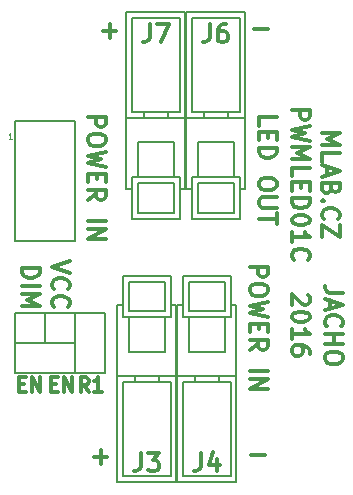
<source format=gbr>
G04 #@! TF.FileFunction,Legend,Top*
%FSLAX46Y46*%
G04 Gerber Fmt 4.6, Leading zero omitted, Abs format (unit mm)*
G04 Created by KiCad (PCBNEW (2015-05-13 BZR 5653)-product) date 7. 1. 2016 10:07:51*
%MOMM*%
G01*
G04 APERTURE LIST*
%ADD10C,0.300000*%
%ADD11C,0.150000*%
%ADD12C,0.304800*%
%ADD13C,0.050000*%
G04 APERTURE END LIST*
D10*
X128781286Y-98466286D02*
X129181286Y-98466286D01*
X129352715Y-99094857D02*
X128781286Y-99094857D01*
X128781286Y-97894857D01*
X129352715Y-97894857D01*
X129867000Y-99094857D02*
X129867000Y-97894857D01*
X130552715Y-99094857D01*
X130552715Y-97894857D01*
X131978572Y-99094857D02*
X131578572Y-98523429D01*
X131292857Y-99094857D02*
X131292857Y-97894857D01*
X131750000Y-97894857D01*
X131864286Y-97952000D01*
X131921429Y-98009143D01*
X131978572Y-98123429D01*
X131978572Y-98294857D01*
X131921429Y-98409143D01*
X131864286Y-98466286D01*
X131750000Y-98523429D01*
X131292857Y-98523429D01*
X133121429Y-99094857D02*
X132435714Y-99094857D01*
X132778572Y-99094857D02*
X132778572Y-97894857D01*
X132664286Y-98066286D01*
X132550000Y-98180571D01*
X132435714Y-98237714D01*
X130361429Y-88059143D02*
X128861429Y-88559143D01*
X130361429Y-89059143D01*
X129004286Y-90416286D02*
X128932857Y-90344857D01*
X128861429Y-90130571D01*
X128861429Y-89987714D01*
X128932857Y-89773429D01*
X129075714Y-89630571D01*
X129218571Y-89559143D01*
X129504286Y-89487714D01*
X129718571Y-89487714D01*
X130004286Y-89559143D01*
X130147143Y-89630571D01*
X130290000Y-89773429D01*
X130361429Y-89987714D01*
X130361429Y-90130571D01*
X130290000Y-90344857D01*
X130218571Y-90416286D01*
X129004286Y-91916286D02*
X128932857Y-91844857D01*
X128861429Y-91630571D01*
X128861429Y-91487714D01*
X128932857Y-91273429D01*
X129075714Y-91130571D01*
X129218571Y-91059143D01*
X129504286Y-90987714D01*
X129718571Y-90987714D01*
X130004286Y-91059143D01*
X130147143Y-91130571D01*
X130290000Y-91273429D01*
X130361429Y-91487714D01*
X130361429Y-91630571D01*
X130290000Y-91844857D01*
X130218571Y-91916286D01*
X146387429Y-76585429D02*
X146387429Y-75871143D01*
X147887429Y-75871143D01*
X147173143Y-77085429D02*
X147173143Y-77585429D01*
X146387429Y-77799715D02*
X146387429Y-77085429D01*
X147887429Y-77085429D01*
X147887429Y-77799715D01*
X146387429Y-78442572D02*
X147887429Y-78442572D01*
X147887429Y-78799715D01*
X147816000Y-79014000D01*
X147673143Y-79156858D01*
X147530286Y-79228286D01*
X147244571Y-79299715D01*
X147030286Y-79299715D01*
X146744571Y-79228286D01*
X146601714Y-79156858D01*
X146458857Y-79014000D01*
X146387429Y-78799715D01*
X146387429Y-78442572D01*
X147887429Y-81371143D02*
X147887429Y-81656857D01*
X147816000Y-81799715D01*
X147673143Y-81942572D01*
X147387429Y-82014000D01*
X146887429Y-82014000D01*
X146601714Y-81942572D01*
X146458857Y-81799715D01*
X146387429Y-81656857D01*
X146387429Y-81371143D01*
X146458857Y-81228286D01*
X146601714Y-81085429D01*
X146887429Y-81014000D01*
X147387429Y-81014000D01*
X147673143Y-81085429D01*
X147816000Y-81228286D01*
X147887429Y-81371143D01*
X147887429Y-82656858D02*
X146673143Y-82656858D01*
X146530286Y-82728286D01*
X146458857Y-82799715D01*
X146387429Y-82942572D01*
X146387429Y-83228286D01*
X146458857Y-83371144D01*
X146530286Y-83442572D01*
X146673143Y-83514001D01*
X147887429Y-83514001D01*
X147887429Y-84014001D02*
X147887429Y-84871144D01*
X146387429Y-84442573D02*
X147887429Y-84442573D01*
X150538571Y-90900572D02*
X150610000Y-90972001D01*
X150681429Y-91114858D01*
X150681429Y-91472001D01*
X150610000Y-91614858D01*
X150538571Y-91686287D01*
X150395714Y-91757715D01*
X150252857Y-91757715D01*
X150038571Y-91686287D01*
X149181429Y-90829144D01*
X149181429Y-91757715D01*
X150681429Y-92686286D02*
X150681429Y-92829143D01*
X150610000Y-92972000D01*
X150538571Y-93043429D01*
X150395714Y-93114858D01*
X150110000Y-93186286D01*
X149752857Y-93186286D01*
X149467143Y-93114858D01*
X149324286Y-93043429D01*
X149252857Y-92972000D01*
X149181429Y-92829143D01*
X149181429Y-92686286D01*
X149252857Y-92543429D01*
X149324286Y-92472000D01*
X149467143Y-92400572D01*
X149752857Y-92329143D01*
X150110000Y-92329143D01*
X150395714Y-92400572D01*
X150538571Y-92472000D01*
X150610000Y-92543429D01*
X150681429Y-92686286D01*
X149181429Y-94614857D02*
X149181429Y-93757714D01*
X149181429Y-94186286D02*
X150681429Y-94186286D01*
X150467143Y-94043429D01*
X150324286Y-93900571D01*
X150252857Y-93757714D01*
X150681429Y-95900571D02*
X150681429Y-95614857D01*
X150610000Y-95472000D01*
X150538571Y-95400571D01*
X150324286Y-95257714D01*
X150038571Y-95186285D01*
X149467143Y-95186285D01*
X149324286Y-95257714D01*
X149252857Y-95329142D01*
X149181429Y-95472000D01*
X149181429Y-95757714D01*
X149252857Y-95900571D01*
X149324286Y-95972000D01*
X149467143Y-96043428D01*
X149824286Y-96043428D01*
X149967143Y-95972000D01*
X150038571Y-95900571D01*
X150110000Y-95757714D01*
X150110000Y-95472000D01*
X150038571Y-95329142D01*
X149967143Y-95257714D01*
X149824286Y-95186285D01*
X153475429Y-90722000D02*
X152404000Y-90722000D01*
X152189714Y-90650572D01*
X152046857Y-90507715D01*
X151975429Y-90293429D01*
X151975429Y-90150572D01*
X152404000Y-91364857D02*
X152404000Y-92079143D01*
X151975429Y-91222000D02*
X153475429Y-91722000D01*
X151975429Y-92222000D01*
X152118286Y-93579143D02*
X152046857Y-93507714D01*
X151975429Y-93293428D01*
X151975429Y-93150571D01*
X152046857Y-92936286D01*
X152189714Y-92793428D01*
X152332571Y-92722000D01*
X152618286Y-92650571D01*
X152832571Y-92650571D01*
X153118286Y-92722000D01*
X153261143Y-92793428D01*
X153404000Y-92936286D01*
X153475429Y-93150571D01*
X153475429Y-93293428D01*
X153404000Y-93507714D01*
X153332571Y-93579143D01*
X151975429Y-94222000D02*
X153475429Y-94222000D01*
X152761143Y-94222000D02*
X152761143Y-95079143D01*
X151975429Y-95079143D02*
X153475429Y-95079143D01*
X153475429Y-96079143D02*
X153475429Y-96364857D01*
X153404000Y-96507715D01*
X153261143Y-96650572D01*
X152975429Y-96722000D01*
X152475429Y-96722000D01*
X152189714Y-96650572D01*
X152046857Y-96507715D01*
X151975429Y-96364857D01*
X151975429Y-96079143D01*
X152046857Y-95936286D01*
X152189714Y-95793429D01*
X152475429Y-95722000D01*
X152975429Y-95722000D01*
X153261143Y-95793429D01*
X153404000Y-95936286D01*
X153475429Y-96079143D01*
X151721429Y-77212572D02*
X153221429Y-77212572D01*
X152150000Y-77712572D01*
X153221429Y-78212572D01*
X151721429Y-78212572D01*
X151721429Y-79641144D02*
X151721429Y-78926858D01*
X153221429Y-78926858D01*
X152150000Y-80069715D02*
X152150000Y-80784001D01*
X151721429Y-79926858D02*
X153221429Y-80426858D01*
X151721429Y-80926858D01*
X152507143Y-81926858D02*
X152435714Y-82141144D01*
X152364286Y-82212572D01*
X152221429Y-82284001D01*
X152007143Y-82284001D01*
X151864286Y-82212572D01*
X151792857Y-82141144D01*
X151721429Y-81998286D01*
X151721429Y-81426858D01*
X153221429Y-81426858D01*
X153221429Y-81926858D01*
X153150000Y-82069715D01*
X153078571Y-82141144D01*
X152935714Y-82212572D01*
X152792857Y-82212572D01*
X152650000Y-82141144D01*
X152578571Y-82069715D01*
X152507143Y-81926858D01*
X152507143Y-81426858D01*
X151864286Y-82926858D02*
X151792857Y-82998286D01*
X151721429Y-82926858D01*
X151792857Y-82855429D01*
X151864286Y-82926858D01*
X151721429Y-82926858D01*
X151864286Y-84498287D02*
X151792857Y-84426858D01*
X151721429Y-84212572D01*
X151721429Y-84069715D01*
X151792857Y-83855430D01*
X151935714Y-83712572D01*
X152078571Y-83641144D01*
X152364286Y-83569715D01*
X152578571Y-83569715D01*
X152864286Y-83641144D01*
X153007143Y-83712572D01*
X153150000Y-83855430D01*
X153221429Y-84069715D01*
X153221429Y-84212572D01*
X153150000Y-84426858D01*
X153078571Y-84498287D01*
X153221429Y-84998287D02*
X153221429Y-85998287D01*
X151721429Y-84998287D01*
X151721429Y-85998287D01*
X149181429Y-75212572D02*
X150681429Y-75212572D01*
X150681429Y-75784000D01*
X150610000Y-75926858D01*
X150538571Y-75998286D01*
X150395714Y-76069715D01*
X150181429Y-76069715D01*
X150038571Y-75998286D01*
X149967143Y-75926858D01*
X149895714Y-75784000D01*
X149895714Y-75212572D01*
X150681429Y-76569715D02*
X149181429Y-76926858D01*
X150252857Y-77212572D01*
X149181429Y-77498286D01*
X150681429Y-77855429D01*
X149181429Y-78426858D02*
X150681429Y-78426858D01*
X149610000Y-78926858D01*
X150681429Y-79426858D01*
X149181429Y-79426858D01*
X149181429Y-80855430D02*
X149181429Y-80141144D01*
X150681429Y-80141144D01*
X149967143Y-81355430D02*
X149967143Y-81855430D01*
X149181429Y-82069716D02*
X149181429Y-81355430D01*
X150681429Y-81355430D01*
X150681429Y-82069716D01*
X149181429Y-82712573D02*
X150681429Y-82712573D01*
X150681429Y-83069716D01*
X150610000Y-83284001D01*
X150467143Y-83426859D01*
X150324286Y-83498287D01*
X150038571Y-83569716D01*
X149824286Y-83569716D01*
X149538571Y-83498287D01*
X149395714Y-83426859D01*
X149252857Y-83284001D01*
X149181429Y-83069716D01*
X149181429Y-82712573D01*
X150681429Y-84498287D02*
X150681429Y-84641144D01*
X150610000Y-84784001D01*
X150538571Y-84855430D01*
X150395714Y-84926859D01*
X150110000Y-84998287D01*
X149752857Y-84998287D01*
X149467143Y-84926859D01*
X149324286Y-84855430D01*
X149252857Y-84784001D01*
X149181429Y-84641144D01*
X149181429Y-84498287D01*
X149252857Y-84355430D01*
X149324286Y-84284001D01*
X149467143Y-84212573D01*
X149752857Y-84141144D01*
X150110000Y-84141144D01*
X150395714Y-84212573D01*
X150538571Y-84284001D01*
X150610000Y-84355430D01*
X150681429Y-84498287D01*
X149181429Y-86426858D02*
X149181429Y-85569715D01*
X149181429Y-85998287D02*
X150681429Y-85998287D01*
X150467143Y-85855430D01*
X150324286Y-85712572D01*
X150252857Y-85569715D01*
X149324286Y-87926858D02*
X149252857Y-87855429D01*
X149181429Y-87641143D01*
X149181429Y-87498286D01*
X149252857Y-87284001D01*
X149395714Y-87141143D01*
X149538571Y-87069715D01*
X149824286Y-86998286D01*
X150038571Y-86998286D01*
X150324286Y-87069715D01*
X150467143Y-87141143D01*
X150610000Y-87284001D01*
X150681429Y-87498286D01*
X150681429Y-87641143D01*
X150610000Y-87855429D01*
X150538571Y-87926858D01*
X145986572Y-68433143D02*
X147129429Y-68433143D01*
X133750857Y-68008572D02*
X133750857Y-69151429D01*
X133179429Y-68580000D02*
X134322286Y-68580000D01*
X145732572Y-104501143D02*
X146875429Y-104501143D01*
X132988857Y-104076572D02*
X132988857Y-105219429D01*
X132417429Y-104648000D02*
X133560286Y-104648000D01*
X145625429Y-88547428D02*
X147125429Y-88547428D01*
X147125429Y-89118856D01*
X147054000Y-89261714D01*
X146982571Y-89333142D01*
X146839714Y-89404571D01*
X146625429Y-89404571D01*
X146482571Y-89333142D01*
X146411143Y-89261714D01*
X146339714Y-89118856D01*
X146339714Y-88547428D01*
X147125429Y-90333142D02*
X147125429Y-90618856D01*
X147054000Y-90761714D01*
X146911143Y-90904571D01*
X146625429Y-90975999D01*
X146125429Y-90975999D01*
X145839714Y-90904571D01*
X145696857Y-90761714D01*
X145625429Y-90618856D01*
X145625429Y-90333142D01*
X145696857Y-90190285D01*
X145839714Y-90047428D01*
X146125429Y-89975999D01*
X146625429Y-89975999D01*
X146911143Y-90047428D01*
X147054000Y-90190285D01*
X147125429Y-90333142D01*
X147125429Y-91476000D02*
X145625429Y-91833143D01*
X146696857Y-92118857D01*
X145625429Y-92404571D01*
X147125429Y-92761714D01*
X146411143Y-93333143D02*
X146411143Y-93833143D01*
X145625429Y-94047429D02*
X145625429Y-93333143D01*
X147125429Y-93333143D01*
X147125429Y-94047429D01*
X145625429Y-95547429D02*
X146339714Y-95047429D01*
X145625429Y-94690286D02*
X147125429Y-94690286D01*
X147125429Y-95261714D01*
X147054000Y-95404572D01*
X146982571Y-95476000D01*
X146839714Y-95547429D01*
X146625429Y-95547429D01*
X146482571Y-95476000D01*
X146411143Y-95404572D01*
X146339714Y-95261714D01*
X146339714Y-94690286D01*
X145625429Y-97333143D02*
X147125429Y-97333143D01*
X145625429Y-98047429D02*
X147125429Y-98047429D01*
X145625429Y-98904572D01*
X147125429Y-98904572D01*
X131909429Y-75847428D02*
X133409429Y-75847428D01*
X133409429Y-76418856D01*
X133338000Y-76561714D01*
X133266571Y-76633142D01*
X133123714Y-76704571D01*
X132909429Y-76704571D01*
X132766571Y-76633142D01*
X132695143Y-76561714D01*
X132623714Y-76418856D01*
X132623714Y-75847428D01*
X133409429Y-77633142D02*
X133409429Y-77918856D01*
X133338000Y-78061714D01*
X133195143Y-78204571D01*
X132909429Y-78275999D01*
X132409429Y-78275999D01*
X132123714Y-78204571D01*
X131980857Y-78061714D01*
X131909429Y-77918856D01*
X131909429Y-77633142D01*
X131980857Y-77490285D01*
X132123714Y-77347428D01*
X132409429Y-77275999D01*
X132909429Y-77275999D01*
X133195143Y-77347428D01*
X133338000Y-77490285D01*
X133409429Y-77633142D01*
X133409429Y-78776000D02*
X131909429Y-79133143D01*
X132980857Y-79418857D01*
X131909429Y-79704571D01*
X133409429Y-80061714D01*
X132695143Y-80633143D02*
X132695143Y-81133143D01*
X131909429Y-81347429D02*
X131909429Y-80633143D01*
X133409429Y-80633143D01*
X133409429Y-81347429D01*
X131909429Y-82847429D02*
X132623714Y-82347429D01*
X131909429Y-81990286D02*
X133409429Y-81990286D01*
X133409429Y-82561714D01*
X133338000Y-82704572D01*
X133266571Y-82776000D01*
X133123714Y-82847429D01*
X132909429Y-82847429D01*
X132766571Y-82776000D01*
X132695143Y-82704572D01*
X132623714Y-82561714D01*
X132623714Y-81990286D01*
X131909429Y-84633143D02*
X133409429Y-84633143D01*
X131909429Y-85347429D02*
X133409429Y-85347429D01*
X131909429Y-86204572D01*
X133409429Y-86204572D01*
X126321429Y-88630571D02*
X127821429Y-88630571D01*
X127821429Y-88987714D01*
X127750000Y-89201999D01*
X127607143Y-89344857D01*
X127464286Y-89416285D01*
X127178571Y-89487714D01*
X126964286Y-89487714D01*
X126678571Y-89416285D01*
X126535714Y-89344857D01*
X126392857Y-89201999D01*
X126321429Y-88987714D01*
X126321429Y-88630571D01*
X126321429Y-90130571D02*
X127821429Y-90130571D01*
X126321429Y-90844857D02*
X127821429Y-90844857D01*
X126750000Y-91344857D01*
X127821429Y-91844857D01*
X126321429Y-91844857D01*
X126114286Y-98466286D02*
X126514286Y-98466286D01*
X126685715Y-99094857D02*
X126114286Y-99094857D01*
X126114286Y-97894857D01*
X126685715Y-97894857D01*
X127200000Y-99094857D02*
X127200000Y-97894857D01*
X127885715Y-99094857D01*
X127885715Y-97894857D01*
D11*
X125730000Y-97536000D02*
X125730000Y-94996000D01*
X125730000Y-94996000D02*
X130810000Y-94996000D01*
X130810000Y-94996000D02*
X130810000Y-97536000D01*
X130810000Y-97536000D02*
X125730000Y-97536000D01*
X133350000Y-97536000D02*
X130810000Y-97536000D01*
X130810000Y-97536000D02*
X130810000Y-92456000D01*
X130810000Y-92456000D02*
X133350000Y-92456000D01*
X133350000Y-92456000D02*
X133350000Y-97536000D01*
X139406000Y-91774000D02*
X138906000Y-91774000D01*
X134906000Y-91774000D02*
X134406000Y-91774000D01*
X139406100Y-97774000D02*
X134405900Y-97774000D01*
X139406100Y-106774000D02*
X134405900Y-106774000D01*
X138407000Y-89774000D02*
X135405000Y-89774000D01*
X138407000Y-92273900D02*
X135405000Y-92273900D01*
X134906000Y-89273900D02*
X138906000Y-89273900D01*
X134906000Y-92774000D02*
X138906000Y-92774000D01*
X138406100Y-95774000D02*
X135405900Y-95774000D01*
X134906000Y-98274100D02*
X138906000Y-98274100D01*
X138906000Y-106274100D02*
X134906000Y-106274100D01*
X137906000Y-98274100D02*
X137906000Y-97774000D01*
X138406000Y-92273900D02*
X138406000Y-89774000D01*
X138906000Y-92774000D02*
X138906000Y-89273900D01*
X135906000Y-98274100D02*
X135906000Y-97774000D01*
X135406000Y-92273900D02*
X135406000Y-89774000D01*
X134906000Y-92774000D02*
X134906000Y-89273000D01*
X138406000Y-95774000D02*
X138406000Y-92774000D01*
X138906000Y-106274100D02*
X138906000Y-98274100D01*
X139406000Y-97774000D02*
X139406000Y-91774000D01*
X135406000Y-95774000D02*
X135406000Y-92774000D01*
X134906000Y-106274100D02*
X134906000Y-98274100D01*
X134406000Y-97774000D02*
X134406000Y-91774000D01*
X139406000Y-97774000D02*
X139406000Y-106774000D01*
X134406000Y-106774000D02*
X134406000Y-97774000D01*
X144486000Y-91774000D02*
X143986000Y-91774000D01*
X139986000Y-91774000D02*
X139486000Y-91774000D01*
X144486100Y-97774000D02*
X139485900Y-97774000D01*
X144486100Y-106774000D02*
X139485900Y-106774000D01*
X143487000Y-89774000D02*
X140485000Y-89774000D01*
X143487000Y-92273900D02*
X140485000Y-92273900D01*
X139986000Y-89273900D02*
X143986000Y-89273900D01*
X139986000Y-92774000D02*
X143986000Y-92774000D01*
X143486100Y-95774000D02*
X140485900Y-95774000D01*
X139986000Y-98274100D02*
X143986000Y-98274100D01*
X143986000Y-106274100D02*
X139986000Y-106274100D01*
X142986000Y-98274100D02*
X142986000Y-97774000D01*
X143486000Y-92273900D02*
X143486000Y-89774000D01*
X143986000Y-92774000D02*
X143986000Y-89273900D01*
X140986000Y-98274100D02*
X140986000Y-97774000D01*
X140486000Y-92273900D02*
X140486000Y-89774000D01*
X139986000Y-92774000D02*
X139986000Y-89273000D01*
X143486000Y-95774000D02*
X143486000Y-92774000D01*
X143986000Y-106274100D02*
X143986000Y-98274100D01*
X144486000Y-97774000D02*
X144486000Y-91774000D01*
X140486000Y-95774000D02*
X140486000Y-92774000D01*
X139986000Y-106274100D02*
X139986000Y-98274100D01*
X139486000Y-97774000D02*
X139486000Y-91774000D01*
X144486000Y-97774000D02*
X144486000Y-106774000D01*
X139486000Y-106774000D02*
X139486000Y-97774000D01*
X125730000Y-76200000D02*
X130810000Y-76200000D01*
X130810000Y-76200000D02*
X130810000Y-86360000D01*
X130810000Y-86360000D02*
X125730000Y-86360000D01*
X125730000Y-86360000D02*
X125730000Y-76200000D01*
X140248000Y-81962000D02*
X140748000Y-81962000D01*
X144748000Y-81962000D02*
X145248000Y-81962000D01*
X140247900Y-75962000D02*
X145248100Y-75962000D01*
X140247900Y-66962000D02*
X145248100Y-66962000D01*
X141247000Y-83962000D02*
X144249000Y-83962000D01*
X141247000Y-81462100D02*
X144249000Y-81462100D01*
X144748000Y-84462100D02*
X140748000Y-84462100D01*
X144748000Y-80962000D02*
X140748000Y-80962000D01*
X141247900Y-77962000D02*
X144248100Y-77962000D01*
X144748000Y-75461900D02*
X140748000Y-75461900D01*
X140748000Y-67461900D02*
X144748000Y-67461900D01*
X141748000Y-75461900D02*
X141748000Y-75962000D01*
X141248000Y-81462100D02*
X141248000Y-83962000D01*
X140748000Y-80962000D02*
X140748000Y-84462100D01*
X143748000Y-75461900D02*
X143748000Y-75962000D01*
X144248000Y-81462100D02*
X144248000Y-83962000D01*
X144748000Y-80962000D02*
X144748000Y-84463000D01*
X141248000Y-77962000D02*
X141248000Y-80962000D01*
X140748000Y-67461900D02*
X140748000Y-75461900D01*
X140248000Y-75962000D02*
X140248000Y-81962000D01*
X144248000Y-77962000D02*
X144248000Y-80962000D01*
X144748000Y-67461900D02*
X144748000Y-75461900D01*
X145248000Y-75962000D02*
X145248000Y-81962000D01*
X140248000Y-75962000D02*
X140248000Y-66962000D01*
X145248000Y-66962000D02*
X145248000Y-75962000D01*
X135168000Y-81962000D02*
X135668000Y-81962000D01*
X139668000Y-81962000D02*
X140168000Y-81962000D01*
X135167900Y-75962000D02*
X140168100Y-75962000D01*
X135167900Y-66962000D02*
X140168100Y-66962000D01*
X136167000Y-83962000D02*
X139169000Y-83962000D01*
X136167000Y-81462100D02*
X139169000Y-81462100D01*
X139668000Y-84462100D02*
X135668000Y-84462100D01*
X139668000Y-80962000D02*
X135668000Y-80962000D01*
X136167900Y-77962000D02*
X139168100Y-77962000D01*
X139668000Y-75461900D02*
X135668000Y-75461900D01*
X135668000Y-67461900D02*
X139668000Y-67461900D01*
X136668000Y-75461900D02*
X136668000Y-75962000D01*
X136168000Y-81462100D02*
X136168000Y-83962000D01*
X135668000Y-80962000D02*
X135668000Y-84462100D01*
X138668000Y-75461900D02*
X138668000Y-75962000D01*
X139168000Y-81462100D02*
X139168000Y-83962000D01*
X139668000Y-80962000D02*
X139668000Y-84463000D01*
X136168000Y-77962000D02*
X136168000Y-80962000D01*
X135668000Y-67461900D02*
X135668000Y-75461900D01*
X135168000Y-75962000D02*
X135168000Y-81962000D01*
X139168000Y-77962000D02*
X139168000Y-80962000D01*
X139668000Y-67461900D02*
X139668000Y-75461900D01*
X140168000Y-75962000D02*
X140168000Y-81962000D01*
X135168000Y-75962000D02*
X135168000Y-66962000D01*
X140168000Y-66962000D02*
X140168000Y-75962000D01*
X128270000Y-92456000D02*
X130810000Y-92456000D01*
X130810000Y-92456000D02*
X130810000Y-94996000D01*
X130810000Y-94996000D02*
X128270000Y-94996000D01*
X128270000Y-94996000D02*
X128270000Y-92456000D01*
X125730000Y-92456000D02*
X128270000Y-92456000D01*
X128270000Y-92456000D02*
X128270000Y-94996000D01*
X128270000Y-94996000D02*
X125730000Y-94996000D01*
X125730000Y-94996000D02*
X125730000Y-92456000D01*
D12*
X136398000Y-104321429D02*
X136398000Y-105410000D01*
X136325428Y-105627714D01*
X136180285Y-105772857D01*
X135962571Y-105845429D01*
X135817428Y-105845429D01*
X136978571Y-104321429D02*
X137922000Y-104321429D01*
X137414000Y-104902000D01*
X137631714Y-104902000D01*
X137776857Y-104974571D01*
X137849428Y-105047143D01*
X137922000Y-105192286D01*
X137922000Y-105555143D01*
X137849428Y-105700286D01*
X137776857Y-105772857D01*
X137631714Y-105845429D01*
X137196286Y-105845429D01*
X137051143Y-105772857D01*
X136978571Y-105700286D01*
X141478000Y-104321429D02*
X141478000Y-105410000D01*
X141405428Y-105627714D01*
X141260285Y-105772857D01*
X141042571Y-105845429D01*
X140897428Y-105845429D01*
X142856857Y-104829429D02*
X142856857Y-105845429D01*
X142494000Y-104248857D02*
X142131143Y-105337429D01*
X143074571Y-105337429D01*
D13*
X125491857Y-77696190D02*
X125206143Y-77696190D01*
X125349000Y-77696190D02*
X125349000Y-77196190D01*
X125301381Y-77267619D01*
X125253762Y-77315238D01*
X125206143Y-77339048D01*
D12*
X142240000Y-67999429D02*
X142240000Y-69088000D01*
X142167428Y-69305714D01*
X142022285Y-69450857D01*
X141804571Y-69523429D01*
X141659428Y-69523429D01*
X143618857Y-67999429D02*
X143328571Y-67999429D01*
X143183428Y-68072000D01*
X143110857Y-68144571D01*
X142965714Y-68362286D01*
X142893143Y-68652571D01*
X142893143Y-69233143D01*
X142965714Y-69378286D01*
X143038286Y-69450857D01*
X143183428Y-69523429D01*
X143473714Y-69523429D01*
X143618857Y-69450857D01*
X143691428Y-69378286D01*
X143764000Y-69233143D01*
X143764000Y-68870286D01*
X143691428Y-68725143D01*
X143618857Y-68652571D01*
X143473714Y-68580000D01*
X143183428Y-68580000D01*
X143038286Y-68652571D01*
X142965714Y-68725143D01*
X142893143Y-68870286D01*
X137160000Y-67999429D02*
X137160000Y-69088000D01*
X137087428Y-69305714D01*
X136942285Y-69450857D01*
X136724571Y-69523429D01*
X136579428Y-69523429D01*
X137740571Y-67999429D02*
X138756571Y-67999429D01*
X138103428Y-69523429D01*
M02*

</source>
